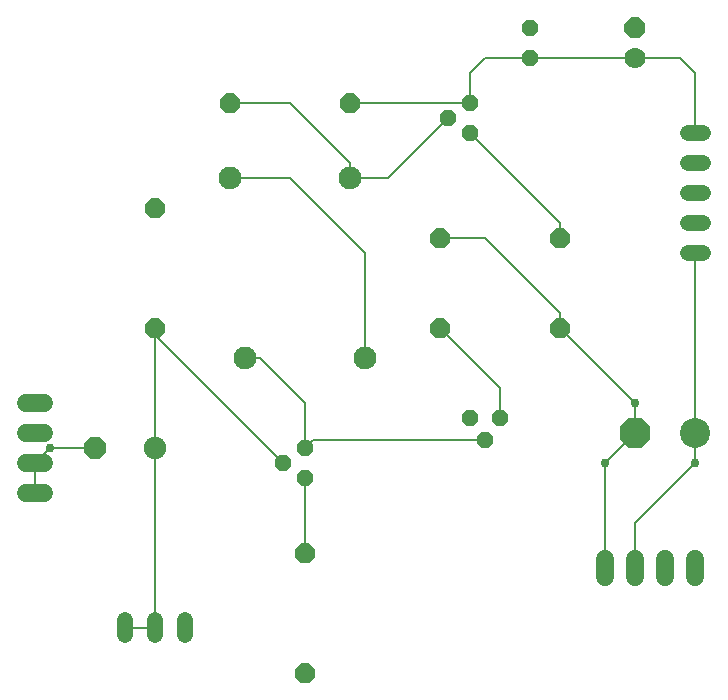
<source format=gbr>
G04 EAGLE Gerber RS-274X export*
G75*
%MOMM*%
%FSLAX34Y34*%
%LPD*%
%INTop Copper*%
%IPPOS*%
%AMOC8*
5,1,8,0,0,1.08239X$1,22.5*%
G01*
%ADD10C,1.320800*%
%ADD11C,1.905000*%
%ADD12P,2.061953X8X202.500000*%
%ADD13C,2.540000*%
%ADD14P,2.749271X8X202.500000*%
%ADD15P,1.924489X8X112.500000*%
%ADD16C,1.778000*%
%ADD17P,1.539592X8X112.500000*%
%ADD18C,1.930400*%
%ADD19C,1.524000*%
%ADD20P,1.429621X8X202.500000*%
%ADD21P,1.814519X8X112.500000*%
%ADD22P,1.814519X8X22.500000*%
%ADD23P,1.429621X8X112.500000*%
%ADD24C,0.152400*%
%ADD25C,0.756400*%


D10*
X590296Y482600D02*
X603504Y482600D01*
X603504Y457200D02*
X590296Y457200D01*
X590296Y431800D02*
X603504Y431800D01*
X603504Y406400D02*
X590296Y406400D01*
X590296Y381000D02*
X603504Y381000D01*
D11*
X139700Y215900D03*
D12*
X88900Y215900D03*
D13*
X596900Y228600D03*
D14*
X546100Y228600D03*
D15*
X546100Y571500D03*
D16*
X546100Y546100D03*
D17*
X457200Y546100D03*
X457200Y571500D03*
D18*
X304800Y444500D03*
X203200Y444500D03*
X317500Y292100D03*
X215900Y292100D03*
D19*
X520700Y121920D02*
X520700Y106680D01*
X546100Y106680D02*
X546100Y121920D01*
X571500Y121920D02*
X571500Y106680D01*
X596900Y106680D02*
X596900Y121920D01*
D20*
X406400Y241300D03*
X419100Y222250D03*
X431800Y241300D03*
D21*
X139700Y317500D03*
X139700Y419100D03*
D10*
X165100Y70104D02*
X165100Y56896D01*
X114300Y56896D02*
X114300Y70104D01*
X139700Y70104D02*
X139700Y56896D01*
D22*
X203200Y508000D03*
X304800Y508000D03*
D21*
X266700Y25400D03*
X266700Y127000D03*
D22*
X381000Y393700D03*
X482600Y393700D03*
X381000Y317500D03*
X482600Y317500D03*
D19*
X45720Y254000D02*
X30480Y254000D01*
X30480Y228600D02*
X45720Y228600D01*
X45720Y203200D02*
X30480Y203200D01*
X30480Y177800D02*
X45720Y177800D01*
D23*
X266700Y215900D03*
X247650Y203200D03*
X266700Y190500D03*
X406400Y508000D03*
X387350Y495300D03*
X406400Y482600D03*
D24*
X139700Y311150D02*
X247650Y203200D01*
X139700Y311150D02*
X139700Y317500D01*
X139700Y215900D01*
X139700Y63500D01*
X114300Y63500D01*
X203200Y444500D02*
X254000Y444500D01*
X317500Y381000D01*
X317500Y292100D01*
X254000Y508000D02*
X203200Y508000D01*
X254000Y508000D02*
X304800Y457200D01*
X304800Y444500D01*
X336550Y444500D02*
X387350Y495300D01*
X336550Y444500D02*
X304800Y444500D01*
X406400Y482600D02*
X482600Y406400D01*
X482600Y393700D01*
X381000Y317500D02*
X431800Y266700D01*
X431800Y241300D01*
X273050Y222250D02*
X266700Y215900D01*
X273050Y222250D02*
X419100Y222250D01*
X266700Y215900D02*
X266700Y254000D01*
X228600Y292100D01*
X215900Y292100D01*
X266700Y190500D02*
X266700Y127000D01*
X596900Y482600D02*
X596900Y533400D01*
X584200Y546100D01*
X457200Y546100D02*
X419100Y546100D01*
X406400Y533400D01*
X406400Y508000D01*
X304800Y508000D01*
X546100Y546100D02*
X584200Y546100D01*
X546100Y546100D02*
X457200Y546100D01*
X596900Y203200D02*
X546100Y152400D01*
X546100Y114300D01*
D25*
X596900Y203200D03*
D24*
X596900Y228600D01*
X596900Y381000D01*
X419100Y393700D02*
X381000Y393700D01*
X419100Y393700D02*
X482600Y330200D01*
X482600Y317500D01*
X546100Y254000D01*
X520700Y203200D02*
X520700Y114300D01*
D25*
X546100Y254000D03*
X520700Y203200D03*
D24*
X546100Y228600D01*
X546100Y254000D01*
X88900Y215900D02*
X50800Y215900D01*
D25*
X50800Y215900D03*
D24*
X38100Y203200D02*
X38100Y177800D01*
X38100Y203200D02*
X50800Y215900D01*
M02*

</source>
